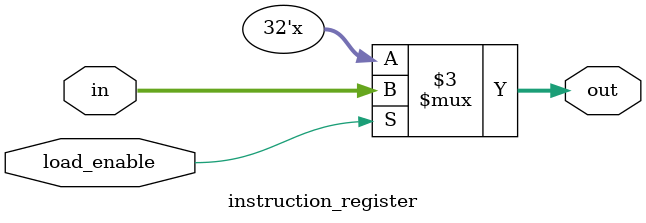
<source format=v>
module instruction_register(output reg[31:0] out,
                            input[31:0] in,
                            input load_enable);

always @(in, load_enable)
    if (load_enable) out = in;
    
endmodule

</source>
